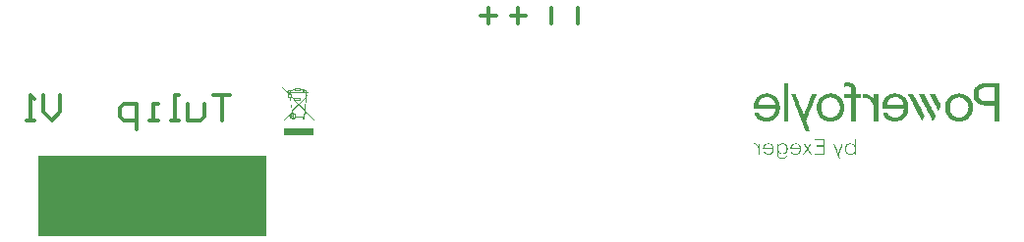
<source format=gbo>
G04*
G04 #@! TF.GenerationSoftware,Altium Limited,Altium Designer,20.2.6 (244)*
G04*
G04 Layer_Color=32896*
%FSLAX44Y44*%
%MOMM*%
G71*
G04*
G04 #@! TF.SameCoordinates,CD5EBA83-4B39-4539-81E8-7D72FA499ED1*
G04*
G04*
G04 #@! TF.FilePolarity,Positive*
G04*
G01*
G75*
%ADD15C,0.3000*%
%ADD16R,19.7104X7.0000*%
G36*
X1160655Y147620D02*
Y147236D01*
Y146853D01*
Y146469D01*
Y146086D01*
Y145703D01*
Y145319D01*
Y144936D01*
Y144553D01*
Y144169D01*
Y143786D01*
Y143402D01*
Y143019D01*
Y142636D01*
Y142252D01*
Y141869D01*
Y141486D01*
Y141102D01*
Y140719D01*
Y140335D01*
Y139952D01*
Y139569D01*
Y139185D01*
Y138802D01*
Y138418D01*
Y138035D01*
Y137652D01*
Y137268D01*
Y136885D01*
Y136502D01*
Y136118D01*
Y135735D01*
Y135351D01*
Y134968D01*
Y134585D01*
Y134201D01*
Y133818D01*
Y133434D01*
Y133051D01*
Y132668D01*
Y132284D01*
Y131901D01*
Y131517D01*
Y131134D01*
Y130751D01*
Y130367D01*
Y129984D01*
Y129601D01*
Y129217D01*
Y128834D01*
Y128450D01*
Y128067D01*
Y127684D01*
Y127300D01*
Y126917D01*
Y126533D01*
Y126150D01*
Y125767D01*
Y125383D01*
Y125000D01*
Y124617D01*
Y124233D01*
X1156822D01*
Y124617D01*
Y125000D01*
Y125383D01*
Y125767D01*
Y126150D01*
Y126533D01*
Y126917D01*
Y127300D01*
Y127684D01*
Y128067D01*
Y128450D01*
Y128834D01*
Y129217D01*
Y129601D01*
Y129984D01*
Y130367D01*
Y130751D01*
Y131134D01*
Y131517D01*
Y131901D01*
Y132284D01*
Y132668D01*
Y133051D01*
Y133434D01*
Y133818D01*
Y134201D01*
Y134585D01*
Y134968D01*
Y135351D01*
Y135735D01*
Y136118D01*
Y136502D01*
X1156438D01*
Y136885D01*
Y137268D01*
Y137652D01*
Y138035D01*
Y138418D01*
X1156055D01*
Y138802D01*
Y139185D01*
Y139569D01*
X1155671D01*
Y139952D01*
Y140335D01*
X1155288D01*
Y140719D01*
Y141102D01*
X1154905D01*
Y141486D01*
X1154521D01*
Y141869D01*
Y142252D01*
X1154138D01*
Y142636D01*
X1153755D01*
Y143019D01*
X1152988D01*
Y143402D01*
X1152604D01*
Y143786D01*
X1151837D01*
Y144169D01*
X1150304D01*
Y144553D01*
X1147620D01*
Y144936D01*
Y145319D01*
Y145703D01*
Y146086D01*
Y146469D01*
Y146853D01*
Y147236D01*
Y147620D01*
Y148003D01*
X1150304D01*
Y147620D01*
X1151837D01*
Y147236D01*
X1152988D01*
Y146853D01*
X1153755D01*
Y146469D01*
X1154138D01*
Y146086D01*
X1154521D01*
Y145703D01*
X1155288D01*
Y145319D01*
Y144936D01*
X1155671D01*
Y144553D01*
X1156055D01*
Y144169D01*
X1156438D01*
Y143786D01*
X1156822D01*
Y144169D01*
Y144553D01*
Y144936D01*
Y145319D01*
Y145703D01*
Y146086D01*
Y146469D01*
Y146853D01*
Y147236D01*
Y147620D01*
Y148003D01*
X1160655D01*
Y147620D01*
D02*
G37*
G36*
X1209729D02*
Y147236D01*
X1210112D01*
Y146853D01*
Y146469D01*
X1210495D01*
Y146086D01*
Y145703D01*
X1210879D01*
Y145319D01*
Y144936D01*
X1211262D01*
Y144553D01*
Y144169D01*
X1211646D01*
Y143786D01*
Y143402D01*
X1212029D01*
Y143019D01*
Y142636D01*
X1212412D01*
Y142252D01*
Y141869D01*
X1212796D01*
Y141486D01*
X1213179D01*
Y141102D01*
Y140719D01*
X1213562D01*
Y140335D01*
Y139952D01*
X1213946D01*
Y139569D01*
Y139185D01*
X1214329D01*
Y138802D01*
Y138418D01*
X1214713D01*
Y138035D01*
Y137652D01*
Y137268D01*
X1214329D01*
Y136885D01*
Y136502D01*
X1213946D01*
Y136118D01*
Y135735D01*
X1213562D01*
Y135351D01*
Y134968D01*
X1213179D01*
Y134585D01*
Y134201D01*
X1212796D01*
Y133818D01*
Y133434D01*
X1212412D01*
Y133818D01*
X1212029D01*
Y134201D01*
Y134585D01*
X1211646D01*
Y134968D01*
Y135351D01*
X1211262D01*
Y135735D01*
Y136118D01*
X1210879D01*
Y136502D01*
Y136885D01*
X1210495D01*
Y137268D01*
Y137652D01*
X1210112D01*
Y138035D01*
X1209729D01*
Y138418D01*
Y138802D01*
X1209345D01*
Y139185D01*
Y139569D01*
X1208962D01*
Y139952D01*
Y140335D01*
X1208578D01*
Y140719D01*
Y141102D01*
X1208195D01*
Y141486D01*
Y141869D01*
X1207812D01*
Y142252D01*
Y142636D01*
X1207428D01*
Y143019D01*
Y143402D01*
X1207045D01*
Y143786D01*
Y144169D01*
X1206662D01*
Y144553D01*
Y144936D01*
X1206278D01*
Y145319D01*
Y145703D01*
X1205895D01*
Y146086D01*
Y146469D01*
X1205511D01*
Y146853D01*
Y147236D01*
X1205128D01*
Y147620D01*
X1204745D01*
Y148003D01*
X1209729D01*
Y147620D01*
D02*
G37*
G36*
X1107748D02*
X1107365D01*
Y147236D01*
Y146853D01*
Y146469D01*
X1106982D01*
Y146086D01*
Y145703D01*
X1106598D01*
Y145319D01*
Y144936D01*
Y144553D01*
X1106215D01*
Y144169D01*
Y143786D01*
X1105831D01*
Y143402D01*
Y143019D01*
Y142636D01*
X1105448D01*
Y142252D01*
Y141869D01*
X1105065D01*
Y141486D01*
Y141102D01*
Y140719D01*
X1104681D01*
Y140335D01*
Y139952D01*
X1104298D01*
Y139569D01*
Y139185D01*
Y138802D01*
X1103914D01*
Y138418D01*
Y138035D01*
X1103531D01*
Y137652D01*
Y137268D01*
Y136885D01*
X1103148D01*
Y136502D01*
Y136118D01*
X1102764D01*
Y135735D01*
Y135351D01*
Y134968D01*
X1102381D01*
Y134585D01*
Y134201D01*
X1101998D01*
Y133818D01*
Y133434D01*
Y133051D01*
X1101614D01*
Y132668D01*
Y132284D01*
X1101231D01*
Y131901D01*
Y131517D01*
Y131134D01*
X1100847D01*
Y130751D01*
Y130367D01*
X1100464D01*
Y129984D01*
Y129601D01*
Y129217D01*
X1100081D01*
Y128834D01*
Y128450D01*
X1099697D01*
Y128067D01*
Y127684D01*
Y127300D01*
X1099314D01*
Y126917D01*
Y126533D01*
X1098931D01*
Y126150D01*
Y125767D01*
Y125383D01*
X1098547D01*
Y125000D01*
Y124617D01*
Y124233D01*
Y123850D01*
X1098931D01*
Y123467D01*
Y123083D01*
X1099314D01*
Y122700D01*
Y122316D01*
Y121933D01*
X1099697D01*
Y121550D01*
Y121166D01*
X1100081D01*
Y120783D01*
Y120399D01*
Y120016D01*
X1100464D01*
Y119633D01*
Y119249D01*
Y118866D01*
X1100847D01*
Y118483D01*
Y118099D01*
X1101231D01*
Y117716D01*
Y117332D01*
Y116949D01*
X1101614D01*
Y116566D01*
Y116182D01*
X1101998D01*
Y115799D01*
X1098164D01*
Y116182D01*
X1097780D01*
Y116566D01*
Y116949D01*
Y117332D01*
X1097397D01*
Y117716D01*
Y118099D01*
X1097014D01*
Y118483D01*
Y118866D01*
Y119249D01*
X1096630D01*
Y119633D01*
Y120016D01*
X1096247D01*
Y120399D01*
Y120783D01*
Y121166D01*
X1095863D01*
Y121550D01*
Y121933D01*
Y122316D01*
X1095480D01*
Y122700D01*
Y123083D01*
X1095097D01*
Y123467D01*
Y123850D01*
Y124233D01*
X1094713D01*
Y124617D01*
Y125000D01*
X1094330D01*
Y125383D01*
Y125767D01*
Y126150D01*
X1093947D01*
Y126533D01*
Y126917D01*
Y127300D01*
X1093563D01*
Y127684D01*
Y128067D01*
X1093180D01*
Y128450D01*
Y128834D01*
Y129217D01*
X1092796D01*
Y129601D01*
Y129984D01*
X1092413D01*
Y130367D01*
Y130751D01*
Y131134D01*
X1092030D01*
Y131517D01*
Y131901D01*
X1091646D01*
Y132284D01*
Y132668D01*
Y133051D01*
X1091263D01*
Y133434D01*
Y133818D01*
Y134201D01*
X1090880D01*
Y134585D01*
Y134968D01*
X1090496D01*
Y135351D01*
Y135735D01*
Y136118D01*
X1090113D01*
Y136502D01*
Y136885D01*
Y137268D01*
X1089729D01*
Y137652D01*
Y138035D01*
X1089346D01*
Y138418D01*
Y138802D01*
Y139185D01*
X1088962D01*
Y139569D01*
Y139952D01*
X1088579D01*
Y140335D01*
Y140719D01*
Y141102D01*
X1088196D01*
Y141486D01*
Y141869D01*
X1087812D01*
Y142252D01*
Y142636D01*
Y143019D01*
X1087429D01*
Y143402D01*
Y143786D01*
Y144169D01*
X1087046D01*
Y144553D01*
Y144936D01*
X1086662D01*
Y145319D01*
Y145703D01*
Y146086D01*
X1086279D01*
Y146469D01*
Y146853D01*
X1085895D01*
Y147236D01*
Y147620D01*
Y148003D01*
X1089729D01*
Y147620D01*
Y147236D01*
Y146853D01*
X1090113D01*
Y146469D01*
Y146086D01*
Y145703D01*
X1090496D01*
Y145319D01*
Y144936D01*
X1090880D01*
Y144553D01*
Y144169D01*
Y143786D01*
X1091263D01*
Y143402D01*
Y143019D01*
X1091646D01*
Y142636D01*
Y142252D01*
Y141869D01*
X1092030D01*
Y141486D01*
Y141102D01*
Y140719D01*
X1092413D01*
Y140335D01*
Y139952D01*
X1092796D01*
Y139569D01*
Y139185D01*
Y138802D01*
X1093180D01*
Y138418D01*
Y138035D01*
X1093563D01*
Y137652D01*
Y137268D01*
Y136885D01*
X1093947D01*
Y136502D01*
Y136118D01*
Y135735D01*
X1094330D01*
Y135351D01*
Y134968D01*
X1094713D01*
Y134585D01*
Y134201D01*
Y133818D01*
X1095097D01*
Y133434D01*
Y133051D01*
X1095480D01*
Y132668D01*
Y132284D01*
Y131901D01*
X1095863D01*
Y131517D01*
Y131134D01*
Y130751D01*
X1096247D01*
Y130367D01*
X1097014D01*
Y130751D01*
Y131134D01*
X1097397D01*
Y131517D01*
Y131901D01*
Y132284D01*
X1097780D01*
Y132668D01*
Y133051D01*
X1098164D01*
Y133434D01*
Y133818D01*
Y134201D01*
X1098547D01*
Y134585D01*
Y134968D01*
X1098931D01*
Y135351D01*
Y135735D01*
Y136118D01*
X1099314D01*
Y136502D01*
Y136885D01*
Y137268D01*
X1099697D01*
Y137652D01*
Y138035D01*
X1100081D01*
Y138418D01*
Y138802D01*
Y139185D01*
X1100464D01*
Y139569D01*
Y139952D01*
X1100847D01*
Y140335D01*
Y140719D01*
Y141102D01*
X1101231D01*
Y141486D01*
Y141869D01*
Y142252D01*
X1101614D01*
Y142636D01*
Y143019D01*
X1101998D01*
Y143402D01*
Y143786D01*
Y144169D01*
X1102381D01*
Y144553D01*
Y144936D01*
X1102764D01*
Y145319D01*
Y145703D01*
Y146086D01*
X1103148D01*
Y146469D01*
Y146853D01*
X1103531D01*
Y147236D01*
Y147620D01*
Y148003D01*
X1107748D01*
Y147620D01*
D02*
G37*
G36*
X1176374Y148003D02*
X1178674D01*
Y147620D01*
X1179825D01*
Y147236D01*
X1180591D01*
Y146853D01*
X1181358D01*
Y146469D01*
X1182125D01*
Y146086D01*
X1182508D01*
Y145703D01*
X1182892D01*
Y145319D01*
X1183275D01*
Y144936D01*
X1183658D01*
Y144553D01*
X1184042D01*
Y144169D01*
X1184425D01*
Y143786D01*
Y143402D01*
X1184809D01*
Y143019D01*
X1185192D01*
Y142636D01*
Y142252D01*
X1185575D01*
Y141869D01*
Y141486D01*
X1185959D01*
Y141102D01*
Y140719D01*
Y140335D01*
X1186342D01*
Y139952D01*
Y139569D01*
Y139185D01*
Y138802D01*
Y138418D01*
X1186725D01*
Y138035D01*
Y137652D01*
Y137268D01*
Y136885D01*
Y136502D01*
Y136118D01*
Y135735D01*
Y135351D01*
Y134968D01*
Y134585D01*
Y134201D01*
Y133818D01*
X1186342D01*
Y133434D01*
Y133051D01*
Y132668D01*
Y132284D01*
X1185959D01*
Y131901D01*
Y131517D01*
Y131134D01*
X1185575D01*
Y130751D01*
Y130367D01*
X1185192D01*
Y129984D01*
Y129601D01*
X1184809D01*
Y129217D01*
Y128834D01*
X1184425D01*
Y128450D01*
X1184042D01*
Y128067D01*
Y127684D01*
X1183658D01*
Y127300D01*
X1183275D01*
Y126917D01*
X1182892D01*
Y126533D01*
X1182125D01*
Y126150D01*
X1181741D01*
Y125767D01*
X1180975D01*
Y125383D01*
X1180591D01*
Y125000D01*
X1179441D01*
Y124617D01*
X1178291D01*
Y124233D01*
X1171774D01*
Y124617D01*
X1170623D01*
Y125000D01*
X1169857D01*
Y125383D01*
X1169090D01*
Y125767D01*
X1168323D01*
Y126150D01*
X1167940D01*
Y126533D01*
X1167173D01*
Y126917D01*
X1166789D01*
Y127300D01*
Y127684D01*
X1166406D01*
Y128067D01*
X1166023D01*
Y128450D01*
X1165639D01*
Y128834D01*
Y129217D01*
X1165256D01*
Y129601D01*
Y129984D01*
X1164873D01*
Y130367D01*
Y130751D01*
Y131134D01*
X1165256D01*
Y131517D01*
X1166789D01*
Y131901D01*
X1168323D01*
Y131517D01*
X1168707D01*
Y131134D01*
Y130751D01*
X1169090D01*
Y130367D01*
Y129984D01*
X1169473D01*
Y129601D01*
X1169857D01*
Y129217D01*
X1170240D01*
Y128834D01*
X1171007D01*
Y128450D01*
X1171390D01*
Y128067D01*
X1172540D01*
Y127684D01*
X1174457D01*
Y127300D01*
X1175607D01*
Y127684D01*
X1177524D01*
Y128067D01*
X1178674D01*
Y128450D01*
X1179441D01*
Y128834D01*
X1179825D01*
Y129217D01*
X1180208D01*
Y129601D01*
X1180591D01*
Y129984D01*
X1180975D01*
Y130367D01*
X1181358D01*
Y130751D01*
Y131134D01*
X1181741D01*
Y131517D01*
Y131901D01*
X1182125D01*
Y132284D01*
Y132668D01*
X1182508D01*
Y133051D01*
Y133434D01*
Y133818D01*
Y134201D01*
X1182892D01*
Y134585D01*
Y134968D01*
Y135351D01*
X1164106D01*
Y135735D01*
Y136118D01*
Y136502D01*
Y136885D01*
Y137268D01*
Y137652D01*
Y138035D01*
Y138418D01*
Y138802D01*
Y139185D01*
Y139569D01*
X1164489D01*
Y139952D01*
Y140335D01*
Y140719D01*
Y141102D01*
X1164873D01*
Y141486D01*
Y141869D01*
X1165256D01*
Y142252D01*
Y142636D01*
X1165639D01*
Y143019D01*
Y143402D01*
X1166023D01*
Y143786D01*
Y144169D01*
X1166406D01*
Y144553D01*
X1166789D01*
Y144936D01*
X1167173D01*
Y145319D01*
X1167556D01*
Y145703D01*
X1167940D01*
Y146086D01*
X1168707D01*
Y146469D01*
X1169090D01*
Y146853D01*
X1169857D01*
Y147236D01*
X1170623D01*
Y147620D01*
X1171774D01*
Y148003D01*
X1174074D01*
Y148386D01*
X1176374D01*
Y148003D01*
D02*
G37*
G36*
X1065959D02*
X1068260D01*
Y147620D01*
X1069027D01*
Y147236D01*
X1069793D01*
Y146853D01*
X1070560D01*
Y146469D01*
X1071327D01*
Y146086D01*
X1071710D01*
Y145703D01*
X1072094D01*
Y145319D01*
X1072477D01*
Y144936D01*
X1072860D01*
Y144553D01*
X1073244D01*
Y144169D01*
X1073627D01*
Y143786D01*
Y143402D01*
X1074011D01*
Y143019D01*
X1074394D01*
Y142636D01*
Y142252D01*
X1074777D01*
Y141869D01*
Y141486D01*
Y141102D01*
X1075161D01*
Y140719D01*
Y140335D01*
Y139952D01*
X1075544D01*
Y139569D01*
Y139185D01*
Y138802D01*
Y138418D01*
Y138035D01*
X1075928D01*
Y137652D01*
Y137268D01*
Y136885D01*
Y136502D01*
Y136118D01*
Y135735D01*
Y135351D01*
Y134968D01*
Y134585D01*
Y134201D01*
X1075544D01*
Y133818D01*
Y133434D01*
Y133051D01*
Y132668D01*
Y132284D01*
X1075161D01*
Y131901D01*
Y131517D01*
Y131134D01*
X1074777D01*
Y130751D01*
Y130367D01*
X1074394D01*
Y129984D01*
Y129601D01*
X1074011D01*
Y129217D01*
Y128834D01*
X1073627D01*
Y128450D01*
X1073244D01*
Y128067D01*
Y127684D01*
X1072860D01*
Y127300D01*
X1072477D01*
Y126917D01*
X1072094D01*
Y126533D01*
X1071327D01*
Y126150D01*
X1070944D01*
Y125767D01*
X1070177D01*
Y125383D01*
X1069793D01*
Y125000D01*
X1068643D01*
Y124617D01*
X1067876D01*
Y124233D01*
X1061359D01*
Y124617D01*
X1059825D01*
Y125000D01*
X1059059D01*
Y125383D01*
X1058292D01*
Y125767D01*
X1057908D01*
Y126150D01*
X1057142D01*
Y126533D01*
X1056758D01*
Y126917D01*
X1056375D01*
Y127300D01*
X1055992D01*
Y127684D01*
X1055608D01*
Y128067D01*
Y128450D01*
X1055225D01*
Y128834D01*
X1054841D01*
Y129217D01*
Y129601D01*
X1054458D01*
Y129984D01*
Y130367D01*
Y130751D01*
X1054075D01*
Y131134D01*
X1054458D01*
Y131517D01*
X1055992D01*
Y131901D01*
X1057525D01*
Y131517D01*
X1057908D01*
Y131134D01*
Y130751D01*
X1058292D01*
Y130367D01*
Y129984D01*
X1058675D01*
Y129601D01*
X1059059D01*
Y129217D01*
X1059442D01*
Y128834D01*
X1060209D01*
Y128450D01*
X1060975D01*
Y128067D01*
X1061742D01*
Y127684D01*
X1064043D01*
Y127300D01*
X1065193D01*
Y127684D01*
X1067110D01*
Y128067D01*
X1067876D01*
Y128450D01*
X1068643D01*
Y128834D01*
X1069410D01*
Y129217D01*
X1069793D01*
Y129601D01*
X1070177D01*
Y129984D01*
X1070560D01*
Y130367D01*
Y130751D01*
X1070944D01*
Y131134D01*
X1071327D01*
Y131517D01*
Y131901D01*
Y132284D01*
X1071710D01*
Y132668D01*
Y133051D01*
Y133434D01*
X1072094D01*
Y133818D01*
Y134201D01*
Y134585D01*
Y134968D01*
Y135351D01*
X1053691D01*
Y135735D01*
Y136118D01*
Y136502D01*
X1053308D01*
Y136885D01*
Y137268D01*
Y137652D01*
X1053691D01*
Y138035D01*
Y138418D01*
Y138802D01*
Y139185D01*
Y139569D01*
Y139952D01*
Y140335D01*
X1054075D01*
Y140719D01*
Y141102D01*
Y141486D01*
X1054458D01*
Y141869D01*
Y142252D01*
X1054841D01*
Y142636D01*
Y143019D01*
X1055225D01*
Y143402D01*
Y143786D01*
X1055608D01*
Y144169D01*
X1055992D01*
Y144553D01*
X1056375D01*
Y144936D01*
X1056758D01*
Y145319D01*
X1057142D01*
Y145703D01*
X1057525D01*
Y146086D01*
X1057908D01*
Y146469D01*
X1058675D01*
Y146853D01*
X1059442D01*
Y147236D01*
X1060209D01*
Y147620D01*
X1061359D01*
Y148003D01*
X1063659D01*
Y148386D01*
X1065959D01*
Y148003D01*
D02*
G37*
G36*
X1200144Y147620D02*
X1200527D01*
Y147236D01*
Y146853D01*
X1200911D01*
Y146469D01*
Y146086D01*
X1201294D01*
Y145703D01*
Y145319D01*
X1201677D01*
Y144936D01*
Y144553D01*
X1202061D01*
Y144169D01*
X1202444D01*
Y143786D01*
Y143402D01*
X1202828D01*
Y143019D01*
Y142636D01*
X1203211D01*
Y142252D01*
Y141869D01*
X1203594D01*
Y141486D01*
Y141102D01*
X1203978D01*
Y140719D01*
Y140335D01*
X1204361D01*
Y139952D01*
Y139569D01*
X1204745D01*
Y139185D01*
Y138802D01*
X1205128D01*
Y138418D01*
Y138035D01*
X1205511D01*
Y137652D01*
Y137268D01*
X1205895D01*
Y136885D01*
Y136502D01*
X1206278D01*
Y136118D01*
Y135735D01*
X1206662D01*
Y135351D01*
X1207045D01*
Y134968D01*
Y134585D01*
X1207428D01*
Y134201D01*
Y133818D01*
X1207812D01*
Y133434D01*
Y133051D01*
X1208195D01*
Y132668D01*
Y132284D01*
X1208578D01*
Y131901D01*
Y131517D01*
X1208962D01*
Y131134D01*
Y130751D01*
X1209345D01*
Y130367D01*
Y129984D01*
X1209729D01*
Y129601D01*
Y129217D01*
X1210112D01*
Y128834D01*
Y128450D01*
X1209729D01*
Y128067D01*
Y127684D01*
X1209345D01*
Y127300D01*
Y126917D01*
X1208962D01*
Y126533D01*
Y126150D01*
X1208578D01*
Y125767D01*
Y125383D01*
X1208195D01*
Y125000D01*
Y124617D01*
X1207428D01*
Y125000D01*
Y125383D01*
X1207045D01*
Y125767D01*
Y126150D01*
X1206662D01*
Y126533D01*
Y126917D01*
X1206278D01*
Y127300D01*
Y127684D01*
X1205895D01*
Y128067D01*
Y128450D01*
X1205511D01*
Y128834D01*
Y129217D01*
X1205128D01*
Y129601D01*
Y129984D01*
X1204745D01*
Y130367D01*
Y130751D01*
X1204361D01*
Y131134D01*
X1203978D01*
Y131517D01*
Y131901D01*
X1203594D01*
Y132284D01*
Y132668D01*
X1203211D01*
Y133051D01*
Y133434D01*
X1202828D01*
Y133818D01*
Y134201D01*
X1202444D01*
Y134585D01*
Y134968D01*
X1202061D01*
Y135351D01*
Y135735D01*
X1201677D01*
Y136118D01*
Y136502D01*
X1201294D01*
Y136885D01*
Y137268D01*
X1200911D01*
Y137652D01*
Y138035D01*
X1200527D01*
Y138418D01*
Y138802D01*
X1200144D01*
Y139185D01*
Y139569D01*
X1199761D01*
Y139952D01*
Y140335D01*
X1199377D01*
Y140719D01*
Y141102D01*
X1198994D01*
Y141486D01*
X1198610D01*
Y141869D01*
Y142252D01*
X1198227D01*
Y142636D01*
Y143019D01*
X1197844D01*
Y143402D01*
Y143786D01*
X1197460D01*
Y144169D01*
Y144553D01*
X1197077D01*
Y144936D01*
Y145319D01*
X1196693D01*
Y145703D01*
Y146086D01*
X1196310D01*
Y146469D01*
Y146853D01*
X1195927D01*
Y147236D01*
Y147620D01*
X1195543D01*
Y148003D01*
X1200144D01*
Y147620D01*
D02*
G37*
G36*
X1265319Y156821D02*
Y156438D01*
Y156054D01*
Y155671D01*
Y155287D01*
Y154904D01*
Y154521D01*
Y154137D01*
Y153754D01*
Y153370D01*
Y152987D01*
Y152604D01*
Y152220D01*
Y151837D01*
Y151454D01*
Y151070D01*
Y150687D01*
Y150303D01*
Y149920D01*
Y149537D01*
Y149153D01*
Y148770D01*
Y148386D01*
Y148003D01*
Y147620D01*
Y147236D01*
Y146853D01*
Y146469D01*
Y146086D01*
Y145703D01*
Y145319D01*
Y144936D01*
Y144553D01*
Y144169D01*
Y143786D01*
Y143402D01*
Y143019D01*
Y142636D01*
Y142252D01*
Y141869D01*
Y141486D01*
Y141102D01*
Y140719D01*
Y140335D01*
Y139952D01*
Y139569D01*
Y139185D01*
Y138802D01*
Y138418D01*
Y138035D01*
Y137652D01*
Y137268D01*
Y136885D01*
Y136502D01*
Y136118D01*
Y135735D01*
Y135351D01*
Y134968D01*
Y134585D01*
Y134201D01*
Y133818D01*
Y133434D01*
Y133051D01*
Y132668D01*
Y132284D01*
Y131901D01*
Y131517D01*
Y131134D01*
Y130751D01*
Y130367D01*
Y129984D01*
Y129601D01*
Y129217D01*
Y128834D01*
Y128450D01*
Y128067D01*
Y127684D01*
Y127300D01*
Y126917D01*
Y126533D01*
Y126150D01*
Y125767D01*
Y125383D01*
Y125000D01*
Y124617D01*
Y124233D01*
X1261102D01*
Y124617D01*
Y125000D01*
Y125383D01*
Y125767D01*
Y126150D01*
Y126533D01*
Y126917D01*
Y127300D01*
Y127684D01*
Y128067D01*
Y128450D01*
Y128834D01*
Y129217D01*
Y129601D01*
Y129984D01*
Y130367D01*
Y130751D01*
Y131134D01*
Y131517D01*
Y131901D01*
Y132284D01*
Y132668D01*
Y133051D01*
Y133434D01*
Y133818D01*
Y134201D01*
Y134585D01*
Y134968D01*
Y135351D01*
Y135735D01*
Y136118D01*
Y136502D01*
Y136885D01*
Y137268D01*
Y137652D01*
Y138035D01*
X1251517D01*
Y138418D01*
X1249217D01*
Y138802D01*
X1248067D01*
Y139185D01*
X1247300D01*
Y139569D01*
X1246533D01*
Y139952D01*
X1246150D01*
Y140335D01*
X1245383D01*
Y140719D01*
X1245000D01*
Y141102D01*
X1244616D01*
Y141486D01*
Y141869D01*
X1244233D01*
Y142252D01*
X1243850D01*
Y142636D01*
Y143019D01*
X1243466D01*
Y143402D01*
Y143786D01*
X1243083D01*
Y144169D01*
Y144553D01*
Y144936D01*
X1242700D01*
Y145319D01*
Y145703D01*
Y146086D01*
Y146469D01*
Y146853D01*
Y147236D01*
Y147620D01*
Y148003D01*
Y148386D01*
Y148770D01*
Y149153D01*
Y149537D01*
Y149920D01*
Y150303D01*
X1243083D01*
Y150687D01*
Y151070D01*
Y151454D01*
X1243466D01*
Y151837D01*
Y152220D01*
X1243850D01*
Y152604D01*
Y152987D01*
X1244233D01*
Y153370D01*
X1244616D01*
Y153754D01*
X1245000D01*
Y154137D01*
X1245383D01*
Y154521D01*
X1245767D01*
Y154904D01*
X1246150D01*
Y155287D01*
X1246917D01*
Y155671D01*
X1247300D01*
Y156054D01*
X1248450D01*
Y156438D01*
X1249601D01*
Y156821D01*
X1251901D01*
Y157204D01*
X1265319D01*
Y156821D01*
D02*
G37*
G36*
X1231581Y148003D02*
X1233882D01*
Y147620D01*
X1235032D01*
Y147236D01*
X1235799D01*
Y146853D01*
X1236565D01*
Y146469D01*
X1237332D01*
Y146086D01*
X1237716D01*
Y145703D01*
X1238099D01*
Y145319D01*
X1238482D01*
Y144936D01*
X1238866D01*
Y144553D01*
X1239249D01*
Y144169D01*
X1239632D01*
Y143786D01*
X1240016D01*
Y143402D01*
X1240399D01*
Y143019D01*
Y142636D01*
X1240783D01*
Y142252D01*
Y141869D01*
X1241166D01*
Y141486D01*
Y141102D01*
X1241550D01*
Y140719D01*
Y140335D01*
Y139952D01*
X1241933D01*
Y139569D01*
Y139185D01*
Y138802D01*
Y138418D01*
X1242316D01*
Y138035D01*
Y137652D01*
Y137268D01*
Y136885D01*
Y136502D01*
Y136118D01*
Y135735D01*
Y135351D01*
Y134968D01*
Y134585D01*
Y134201D01*
Y133818D01*
X1241933D01*
Y133434D01*
Y133051D01*
Y132668D01*
Y132284D01*
X1241550D01*
Y131901D01*
Y131517D01*
Y131134D01*
X1241166D01*
Y130751D01*
Y130367D01*
X1240783D01*
Y129984D01*
Y129601D01*
X1240399D01*
Y129217D01*
Y128834D01*
X1240016D01*
Y128450D01*
X1239632D01*
Y128067D01*
X1239249D01*
Y127684D01*
X1238866D01*
Y127300D01*
X1238482D01*
Y126917D01*
X1238099D01*
Y126533D01*
X1237716D01*
Y126150D01*
X1236949D01*
Y125767D01*
X1236565D01*
Y125383D01*
X1235799D01*
Y125000D01*
X1234649D01*
Y124617D01*
X1233498D01*
Y124233D01*
X1226981D01*
Y124617D01*
X1225831D01*
Y125000D01*
X1225064D01*
Y125383D01*
X1224297D01*
Y125767D01*
X1223530D01*
Y126150D01*
X1223147D01*
Y126533D01*
X1222380D01*
Y126917D01*
X1221997D01*
Y127300D01*
X1221613D01*
Y127684D01*
X1221230D01*
Y128067D01*
X1220847D01*
Y128450D01*
Y128834D01*
X1220463D01*
Y129217D01*
X1220080D01*
Y129601D01*
Y129984D01*
X1219697D01*
Y130367D01*
Y130751D01*
X1219313D01*
Y131134D01*
Y131517D01*
X1218930D01*
Y131901D01*
Y132284D01*
Y132668D01*
X1218546D01*
Y133051D01*
Y133434D01*
Y133818D01*
Y134201D01*
Y134585D01*
Y134968D01*
Y135351D01*
X1218163D01*
Y135735D01*
Y136118D01*
Y136502D01*
Y136885D01*
X1218546D01*
Y137268D01*
Y137652D01*
Y138035D01*
Y138418D01*
Y138802D01*
Y139185D01*
Y139569D01*
X1218930D01*
Y139952D01*
Y140335D01*
Y140719D01*
X1219313D01*
Y141102D01*
Y141486D01*
X1219697D01*
Y141869D01*
Y142252D01*
X1220080D01*
Y142636D01*
Y143019D01*
X1220463D01*
Y143402D01*
Y143786D01*
X1220847D01*
Y144169D01*
X1221230D01*
Y144553D01*
X1221613D01*
Y144936D01*
X1221997D01*
Y145319D01*
X1222380D01*
Y145703D01*
X1222764D01*
Y146086D01*
X1223530D01*
Y146469D01*
X1223914D01*
Y146853D01*
X1224681D01*
Y147236D01*
X1225831D01*
Y147620D01*
X1226981D01*
Y148003D01*
X1229281D01*
Y148386D01*
X1231581D01*
Y148003D01*
D02*
G37*
G36*
X1190943Y147620D02*
Y147236D01*
X1191326D01*
Y146853D01*
Y146469D01*
X1191710D01*
Y146086D01*
Y145703D01*
X1192093D01*
Y145319D01*
X1192476D01*
Y144936D01*
Y144553D01*
X1192860D01*
Y144169D01*
Y143786D01*
X1193243D01*
Y143402D01*
Y143019D01*
X1193626D01*
Y142636D01*
Y142252D01*
X1194010D01*
Y141869D01*
Y141486D01*
X1194393D01*
Y141102D01*
Y140719D01*
X1194777D01*
Y140335D01*
Y139952D01*
X1195160D01*
Y139569D01*
Y139185D01*
X1195543D01*
Y138802D01*
Y138418D01*
X1195927D01*
Y138035D01*
Y137652D01*
X1196310D01*
Y137268D01*
Y136885D01*
X1196693D01*
Y136502D01*
X1197077D01*
Y136118D01*
Y135735D01*
X1197460D01*
Y135351D01*
Y134968D01*
X1197844D01*
Y134585D01*
Y134201D01*
X1198227D01*
Y133818D01*
Y133434D01*
X1198610D01*
Y133051D01*
Y132668D01*
X1198994D01*
Y132284D01*
Y131901D01*
X1199377D01*
Y131517D01*
Y131134D01*
X1199761D01*
Y130751D01*
Y130367D01*
X1200144D01*
Y129984D01*
Y129601D01*
X1200527D01*
Y129217D01*
Y128834D01*
Y128450D01*
Y128067D01*
X1200144D01*
Y127684D01*
Y127300D01*
X1199761D01*
Y126917D01*
Y126533D01*
X1199377D01*
Y126150D01*
Y125767D01*
X1198994D01*
Y125383D01*
Y125000D01*
X1198610D01*
Y124617D01*
Y124233D01*
X1198227D01*
Y124617D01*
Y125000D01*
X1197844D01*
Y125383D01*
Y125767D01*
X1197460D01*
Y126150D01*
Y126533D01*
X1197077D01*
Y126917D01*
Y127300D01*
X1196693D01*
Y127684D01*
Y128067D01*
X1196310D01*
Y128450D01*
Y128834D01*
X1195927D01*
Y129217D01*
Y129601D01*
X1195543D01*
Y129984D01*
Y130367D01*
X1195160D01*
Y130751D01*
Y131134D01*
X1194777D01*
Y131517D01*
X1194393D01*
Y131901D01*
Y132284D01*
X1194010D01*
Y132668D01*
Y133051D01*
X1193626D01*
Y133434D01*
Y133818D01*
X1193243D01*
Y134201D01*
Y134585D01*
X1192860D01*
Y134968D01*
Y135351D01*
X1192476D01*
Y135735D01*
Y136118D01*
X1192093D01*
Y136502D01*
Y136885D01*
X1191710D01*
Y137268D01*
Y137652D01*
X1191326D01*
Y138035D01*
Y138418D01*
X1190943D01*
Y138802D01*
Y139185D01*
X1190559D01*
Y139569D01*
Y139952D01*
X1190176D01*
Y140335D01*
Y140719D01*
X1189793D01*
Y141102D01*
Y141486D01*
X1189409D01*
Y141869D01*
X1189026D01*
Y142252D01*
Y142636D01*
X1188642D01*
Y143019D01*
Y143402D01*
X1188259D01*
Y143786D01*
Y144169D01*
X1187876D01*
Y144553D01*
Y144936D01*
X1187492D01*
Y145319D01*
Y145703D01*
X1187109D01*
Y146086D01*
Y146469D01*
X1186725D01*
Y146853D01*
Y147236D01*
X1186342D01*
Y147620D01*
Y148003D01*
X1190943D01*
Y147620D01*
D02*
G37*
G36*
X1136502Y157588D02*
X1137652D01*
Y157204D01*
X1138419D01*
Y156821D01*
X1138802D01*
Y156438D01*
X1139186D01*
Y156054D01*
X1139569D01*
Y155671D01*
X1139953D01*
Y155287D01*
X1140336D01*
Y154904D01*
Y154521D01*
X1140719D01*
Y154137D01*
Y153754D01*
X1141103D01*
Y153370D01*
Y152987D01*
Y152604D01*
Y152220D01*
Y151837D01*
X1141486D01*
Y151454D01*
Y151070D01*
Y150687D01*
Y150303D01*
Y149920D01*
Y149537D01*
Y149153D01*
Y148770D01*
Y148386D01*
Y148003D01*
X1145320D01*
Y147620D01*
Y147236D01*
Y146853D01*
Y146469D01*
Y146086D01*
Y145703D01*
Y145319D01*
Y144936D01*
Y144553D01*
X1141486D01*
Y144169D01*
Y143786D01*
Y143402D01*
Y143019D01*
Y142636D01*
Y142252D01*
Y141869D01*
Y141486D01*
Y141102D01*
Y140719D01*
Y140335D01*
Y139952D01*
Y139569D01*
Y139185D01*
Y138802D01*
Y138418D01*
Y138035D01*
Y137652D01*
Y137268D01*
Y136885D01*
Y136502D01*
Y136118D01*
Y135735D01*
Y135351D01*
Y134968D01*
Y134585D01*
Y134201D01*
Y133818D01*
Y133434D01*
Y133051D01*
Y132668D01*
Y132284D01*
Y131901D01*
Y131517D01*
Y131134D01*
Y130751D01*
Y130367D01*
Y129984D01*
Y129601D01*
Y129217D01*
Y128834D01*
Y128450D01*
Y128067D01*
Y127684D01*
Y127300D01*
Y126917D01*
Y126533D01*
Y126150D01*
Y125767D01*
Y125383D01*
Y125000D01*
Y124617D01*
Y124233D01*
X1137652D01*
Y124617D01*
Y125000D01*
Y125383D01*
Y125767D01*
Y126150D01*
Y126533D01*
Y126917D01*
Y127300D01*
Y127684D01*
Y128067D01*
Y128450D01*
Y128834D01*
Y129217D01*
Y129601D01*
Y129984D01*
Y130367D01*
Y130751D01*
Y131134D01*
Y131517D01*
Y131901D01*
Y132284D01*
Y132668D01*
Y133051D01*
Y133434D01*
Y133818D01*
Y134201D01*
Y134585D01*
Y134968D01*
Y135351D01*
Y135735D01*
Y136118D01*
Y136502D01*
Y136885D01*
Y137268D01*
Y137652D01*
Y138035D01*
Y138418D01*
Y138802D01*
Y139185D01*
Y139569D01*
Y139952D01*
Y140335D01*
Y140719D01*
Y141102D01*
Y141486D01*
Y141869D01*
Y142252D01*
Y142636D01*
Y143019D01*
Y143402D01*
Y143786D01*
Y144169D01*
Y144553D01*
X1131518D01*
Y144936D01*
Y145319D01*
Y145703D01*
Y146086D01*
Y146469D01*
Y146853D01*
Y147236D01*
Y147620D01*
Y148003D01*
X1137652D01*
Y148386D01*
Y148770D01*
Y149153D01*
Y149537D01*
Y149920D01*
Y150303D01*
Y150687D01*
Y151070D01*
Y151454D01*
Y151837D01*
Y152220D01*
X1137269D01*
Y152604D01*
Y152987D01*
X1136886D01*
Y153370D01*
X1136502D01*
Y153754D01*
X1136119D01*
Y154137D01*
X1135735D01*
Y154521D01*
X1132285D01*
Y154137D01*
X1131518D01*
Y154521D01*
Y154904D01*
Y155287D01*
Y155671D01*
Y156054D01*
Y156438D01*
Y156821D01*
Y157204D01*
Y157588D01*
X1131902D01*
Y157971D01*
X1136502D01*
Y157588D01*
D02*
G37*
G36*
X1120783Y148003D02*
X1123084D01*
Y147620D01*
X1124234D01*
Y147236D01*
X1125001D01*
Y146853D01*
X1125767D01*
Y146469D01*
X1126534D01*
Y146086D01*
X1126918D01*
Y145703D01*
X1127301D01*
Y145319D01*
X1127684D01*
Y144936D01*
X1128068D01*
Y144553D01*
X1128451D01*
Y144169D01*
X1128835D01*
Y143786D01*
X1129218D01*
Y143402D01*
Y143019D01*
X1129601D01*
Y142636D01*
X1129985D01*
Y142252D01*
Y141869D01*
X1130368D01*
Y141486D01*
Y141102D01*
Y140719D01*
X1130751D01*
Y140335D01*
Y139952D01*
Y139569D01*
X1131135D01*
Y139185D01*
Y138802D01*
Y138418D01*
Y138035D01*
Y137652D01*
Y137268D01*
X1131518D01*
Y136885D01*
Y136502D01*
Y136118D01*
Y135735D01*
Y135351D01*
Y134968D01*
X1131135D01*
Y134585D01*
Y134201D01*
Y133818D01*
Y133434D01*
Y133051D01*
Y132668D01*
X1130751D01*
Y132284D01*
Y131901D01*
Y131517D01*
X1130368D01*
Y131134D01*
Y130751D01*
Y130367D01*
X1129985D01*
Y129984D01*
Y129601D01*
X1129601D01*
Y129217D01*
X1129218D01*
Y128834D01*
Y128450D01*
X1128835D01*
Y128067D01*
X1128451D01*
Y127684D01*
X1128068D01*
Y127300D01*
X1127684D01*
Y126917D01*
X1127301D01*
Y126533D01*
X1126918D01*
Y126150D01*
X1126151D01*
Y125767D01*
X1125767D01*
Y125383D01*
X1125001D01*
Y125000D01*
X1124234D01*
Y124617D01*
X1122700D01*
Y124233D01*
X1116183D01*
Y124617D01*
X1115033D01*
Y125000D01*
X1114266D01*
Y125383D01*
X1113499D01*
Y125767D01*
X1112732D01*
Y126150D01*
X1112349D01*
Y126533D01*
X1111966D01*
Y126917D01*
X1111199D01*
Y127300D01*
X1110815D01*
Y127684D01*
X1110432D01*
Y128067D01*
Y128450D01*
X1110049D01*
Y128834D01*
X1109665D01*
Y129217D01*
X1109282D01*
Y129601D01*
Y129984D01*
X1108898D01*
Y130367D01*
Y130751D01*
X1108515D01*
Y131134D01*
Y131517D01*
Y131901D01*
X1108132D01*
Y132284D01*
Y132668D01*
Y133051D01*
X1107748D01*
Y133434D01*
Y133818D01*
Y134201D01*
Y134585D01*
Y134968D01*
Y135351D01*
Y135735D01*
Y136118D01*
Y136502D01*
Y136885D01*
Y137268D01*
Y137652D01*
Y138035D01*
Y138418D01*
Y138802D01*
Y139185D01*
X1108132D01*
Y139569D01*
Y139952D01*
Y140335D01*
Y140719D01*
X1108515D01*
Y141102D01*
Y141486D01*
X1108898D01*
Y141869D01*
Y142252D01*
X1109282D01*
Y142636D01*
Y143019D01*
X1109665D01*
Y143402D01*
X1110049D01*
Y143786D01*
Y144169D01*
X1110432D01*
Y144553D01*
X1110815D01*
Y144936D01*
X1111199D01*
Y145319D01*
X1111582D01*
Y145703D01*
X1112349D01*
Y146086D01*
X1112732D01*
Y146469D01*
X1113499D01*
Y146853D01*
X1114266D01*
Y147236D01*
X1115033D01*
Y147620D01*
X1116183D01*
Y148003D01*
X1118483D01*
Y148386D01*
X1120783D01*
Y148003D01*
D02*
G37*
G36*
X1083212Y157204D02*
Y156821D01*
Y156438D01*
Y156054D01*
Y155671D01*
Y155287D01*
Y154904D01*
Y154521D01*
Y154137D01*
Y153754D01*
Y153370D01*
Y152987D01*
Y152604D01*
Y152220D01*
Y151837D01*
Y151454D01*
Y151070D01*
Y150687D01*
Y150303D01*
Y149920D01*
Y149537D01*
Y149153D01*
Y148770D01*
Y148386D01*
Y148003D01*
Y147620D01*
Y147236D01*
Y146853D01*
Y146469D01*
Y146086D01*
Y145703D01*
Y145319D01*
Y144936D01*
Y144553D01*
Y144169D01*
Y143786D01*
Y143402D01*
Y143019D01*
Y142636D01*
Y142252D01*
Y141869D01*
Y141486D01*
Y141102D01*
Y140719D01*
Y140335D01*
Y139952D01*
Y139569D01*
Y139185D01*
Y138802D01*
Y138418D01*
Y138035D01*
Y137652D01*
Y137268D01*
Y136885D01*
Y136502D01*
Y136118D01*
Y135735D01*
Y135351D01*
Y134968D01*
Y134585D01*
Y134201D01*
Y133818D01*
Y133434D01*
Y133051D01*
Y132668D01*
Y132284D01*
Y131901D01*
Y131517D01*
Y131134D01*
Y130751D01*
Y130367D01*
Y129984D01*
Y129601D01*
Y129217D01*
Y128834D01*
Y128450D01*
Y128067D01*
Y127684D01*
Y127300D01*
Y126917D01*
Y126533D01*
Y126150D01*
Y125767D01*
Y125383D01*
Y125000D01*
Y124617D01*
Y124233D01*
X1079378D01*
Y124617D01*
Y125000D01*
Y125383D01*
Y125767D01*
Y126150D01*
Y126533D01*
Y126917D01*
Y127300D01*
Y127684D01*
Y128067D01*
Y128450D01*
Y128834D01*
Y129217D01*
Y129601D01*
Y129984D01*
Y130367D01*
Y130751D01*
Y131134D01*
Y131517D01*
Y131901D01*
Y132284D01*
Y132668D01*
Y133051D01*
Y133434D01*
Y133818D01*
Y134201D01*
Y134585D01*
Y134968D01*
Y135351D01*
Y135735D01*
Y136118D01*
Y136502D01*
Y136885D01*
Y137268D01*
Y137652D01*
Y138035D01*
Y138418D01*
Y138802D01*
Y139185D01*
Y139569D01*
Y139952D01*
Y140335D01*
Y140719D01*
Y141102D01*
Y141486D01*
Y141869D01*
Y142252D01*
Y142636D01*
Y143019D01*
Y143402D01*
Y143786D01*
Y144169D01*
Y144553D01*
Y144936D01*
Y145319D01*
Y145703D01*
Y146086D01*
Y146469D01*
Y146853D01*
Y147236D01*
Y147620D01*
Y148003D01*
Y148386D01*
Y148770D01*
Y149153D01*
Y149537D01*
Y149920D01*
Y150303D01*
Y150687D01*
Y151070D01*
Y151454D01*
Y151837D01*
Y152220D01*
Y152604D01*
Y152987D01*
Y153370D01*
Y153754D01*
Y154137D01*
Y154521D01*
Y154904D01*
Y155287D01*
Y155671D01*
Y156054D01*
Y156438D01*
Y156821D01*
Y157204D01*
Y157588D01*
X1083212D01*
Y157204D01*
D02*
G37*
G36*
X1141486Y108898D02*
Y108514D01*
Y108131D01*
Y107748D01*
Y107364D01*
Y106981D01*
Y106598D01*
Y106214D01*
Y105831D01*
Y105447D01*
Y105064D01*
Y104681D01*
Y104297D01*
Y103914D01*
Y103531D01*
Y103147D01*
Y102764D01*
Y102380D01*
Y101997D01*
Y101614D01*
Y101230D01*
Y100847D01*
Y100463D01*
Y100080D01*
Y99697D01*
Y99313D01*
Y98930D01*
Y98546D01*
Y98163D01*
Y97780D01*
Y97396D01*
Y97013D01*
Y96630D01*
Y96246D01*
Y95863D01*
Y95479D01*
X1140336D01*
Y95863D01*
Y96246D01*
Y96630D01*
X1139569D01*
Y96246D01*
X1139186D01*
Y95863D01*
X1138802D01*
Y95479D01*
X1137269D01*
Y95096D01*
X1136119D01*
Y95479D01*
X1134585D01*
Y95863D01*
X1133819D01*
Y96246D01*
X1133435D01*
Y96630D01*
X1133052D01*
Y97013D01*
X1132668D01*
Y97396D01*
Y97780D01*
X1132285D01*
Y98163D01*
Y98546D01*
Y98930D01*
Y99313D01*
X1131902D01*
Y99697D01*
Y100080D01*
Y100463D01*
Y100847D01*
Y101230D01*
X1132285D01*
Y101614D01*
Y101997D01*
Y102380D01*
Y102764D01*
X1132668D01*
Y103147D01*
Y103531D01*
X1133052D01*
Y103914D01*
X1133435D01*
Y104297D01*
X1133819D01*
Y104681D01*
X1134585D01*
Y105064D01*
X1135735D01*
Y105447D01*
X1137652D01*
Y105064D01*
X1138802D01*
Y104681D01*
X1139186D01*
Y104297D01*
X1139569D01*
Y103914D01*
X1140336D01*
Y104297D01*
Y104681D01*
Y105064D01*
Y105447D01*
Y105831D01*
Y106214D01*
Y106598D01*
Y106981D01*
Y107364D01*
Y107748D01*
Y108131D01*
Y108514D01*
Y108898D01*
Y109281D01*
X1141486D01*
Y108898D01*
D02*
G37*
G36*
X1079378Y105064D02*
X1080528D01*
Y104681D01*
X1080911D01*
Y104297D01*
X1081678D01*
Y103914D01*
Y103531D01*
X1082062D01*
Y103147D01*
X1082445D01*
Y102764D01*
Y102380D01*
Y101997D01*
Y101614D01*
X1082828D01*
Y101230D01*
Y100847D01*
Y100463D01*
Y100080D01*
Y99697D01*
Y99313D01*
X1082445D01*
Y98930D01*
Y98546D01*
Y98163D01*
X1082062D01*
Y97780D01*
Y97396D01*
X1081678D01*
Y97013D01*
X1081295D01*
Y96630D01*
X1080911D01*
Y96246D01*
X1080145D01*
Y95863D01*
X1076311D01*
Y96246D01*
X1075928D01*
Y96630D01*
X1075544D01*
Y97013D01*
X1074777D01*
Y96630D01*
X1074394D01*
Y96246D01*
Y95863D01*
Y95479D01*
Y95096D01*
X1074777D01*
Y94713D01*
Y94329D01*
Y93946D01*
X1075161D01*
Y93562D01*
X1075544D01*
Y93179D01*
X1076311D01*
Y92796D01*
X1077078D01*
Y92412D01*
X1078995D01*
Y92796D01*
X1080145D01*
Y93179D01*
X1080528D01*
Y93562D01*
X1080911D01*
Y93946D01*
X1081295D01*
Y94329D01*
X1082062D01*
Y93946D01*
Y93562D01*
X1081678D01*
Y93179D01*
Y92796D01*
X1081295D01*
Y92412D01*
X1080911D01*
Y92029D01*
X1080145D01*
Y91646D01*
X1076311D01*
Y92029D01*
X1075544D01*
Y92412D01*
X1074777D01*
Y92796D01*
X1074394D01*
Y93179D01*
Y93562D01*
X1074011D01*
Y93946D01*
Y94329D01*
X1073627D01*
Y94713D01*
Y95096D01*
Y95479D01*
Y95863D01*
Y96246D01*
Y96630D01*
Y97013D01*
Y97396D01*
Y97780D01*
Y98163D01*
Y98546D01*
Y98930D01*
Y99313D01*
Y99697D01*
Y100080D01*
Y100463D01*
Y100847D01*
Y101230D01*
Y101614D01*
Y101997D01*
Y102380D01*
Y102764D01*
Y103147D01*
Y103531D01*
Y103914D01*
Y104297D01*
Y104681D01*
Y105064D01*
X1074394D01*
Y104681D01*
Y104297D01*
X1074777D01*
Y103914D01*
X1075544D01*
Y104297D01*
X1075928D01*
Y104681D01*
X1076311D01*
Y105064D01*
X1077461D01*
Y105447D01*
X1079378D01*
Y105064D01*
D02*
G37*
G36*
X1103531Y104681D02*
X1103148D01*
Y104297D01*
X1102764D01*
Y103914D01*
Y103531D01*
X1102381D01*
Y103147D01*
X1101998D01*
Y102764D01*
Y102380D01*
X1101614D01*
Y101997D01*
X1101231D01*
Y101614D01*
Y101230D01*
X1100847D01*
Y100847D01*
X1100464D01*
Y100463D01*
Y100080D01*
X1100847D01*
Y99697D01*
X1101231D01*
Y99313D01*
Y98930D01*
X1101614D01*
Y98546D01*
X1101998D01*
Y98163D01*
Y97780D01*
X1102381D01*
Y97396D01*
X1102764D01*
Y97013D01*
Y96630D01*
X1103148D01*
Y96246D01*
X1103531D01*
Y95863D01*
Y95479D01*
X1102381D01*
Y95863D01*
Y96246D01*
X1101998D01*
Y96630D01*
X1101614D01*
Y97013D01*
Y97396D01*
X1101231D01*
Y97780D01*
X1100847D01*
Y98163D01*
Y98546D01*
X1100464D01*
Y98930D01*
X1100081D01*
Y99313D01*
X1099697D01*
Y98930D01*
X1099314D01*
Y98546D01*
X1098931D01*
Y98163D01*
Y97780D01*
X1098547D01*
Y97396D01*
X1098164D01*
Y97013D01*
X1097780D01*
Y96630D01*
Y96246D01*
X1097397D01*
Y95863D01*
X1097014D01*
Y95479D01*
X1095863D01*
Y95863D01*
X1096247D01*
Y96246D01*
X1096630D01*
Y96630D01*
Y97013D01*
X1097014D01*
Y97396D01*
X1097397D01*
Y97780D01*
Y98163D01*
X1097780D01*
Y98546D01*
X1098164D01*
Y98930D01*
Y99313D01*
X1098547D01*
Y99697D01*
X1098931D01*
Y100080D01*
X1099314D01*
Y100463D01*
Y100847D01*
X1098931D01*
Y101230D01*
X1098547D01*
Y101614D01*
Y101997D01*
X1098164D01*
Y102380D01*
X1097780D01*
Y102764D01*
X1097397D01*
Y103147D01*
Y103531D01*
X1097014D01*
Y103914D01*
X1096630D01*
Y104297D01*
Y104681D01*
X1096247D01*
Y105064D01*
X1097397D01*
Y104681D01*
X1097780D01*
Y104297D01*
X1098164D01*
Y103914D01*
Y103531D01*
X1098547D01*
Y103147D01*
X1098931D01*
Y102764D01*
Y102380D01*
X1099314D01*
Y101997D01*
X1099697D01*
Y101614D01*
X1100081D01*
Y101997D01*
X1100464D01*
Y102380D01*
X1100847D01*
Y102764D01*
Y103147D01*
X1101231D01*
Y103531D01*
X1101614D01*
Y103914D01*
Y104297D01*
X1101998D01*
Y104681D01*
X1102381D01*
Y105064D01*
X1103531D01*
Y104681D01*
D02*
G37*
G36*
X1130368D02*
Y104297D01*
X1129985D01*
Y103914D01*
Y103531D01*
Y103147D01*
X1129601D01*
Y102764D01*
Y102380D01*
X1129218D01*
Y101997D01*
Y101614D01*
Y101230D01*
X1128835D01*
Y100847D01*
Y100463D01*
X1128451D01*
Y100080D01*
Y99697D01*
Y99313D01*
X1128068D01*
Y98930D01*
Y98546D01*
X1127684D01*
Y98163D01*
Y97780D01*
Y97396D01*
X1127301D01*
Y97013D01*
Y96630D01*
X1126918D01*
Y96246D01*
Y95863D01*
Y95479D01*
X1126534D01*
Y95096D01*
X1126918D01*
Y94713D01*
Y94329D01*
Y93946D01*
X1127301D01*
Y93562D01*
Y93179D01*
X1127684D01*
Y92796D01*
Y92412D01*
Y92029D01*
X1128068D01*
Y91646D01*
X1126918D01*
Y92029D01*
Y92412D01*
X1126534D01*
Y92796D01*
Y93179D01*
Y93562D01*
X1126151D01*
Y93946D01*
Y94329D01*
X1125767D01*
Y94713D01*
Y95096D01*
Y95479D01*
X1125384D01*
Y95863D01*
Y96246D01*
X1125001D01*
Y96630D01*
Y97013D01*
Y97396D01*
X1124617D01*
Y97780D01*
Y98163D01*
Y98546D01*
X1124234D01*
Y98930D01*
Y99313D01*
X1123850D01*
Y99697D01*
Y100080D01*
Y100463D01*
X1123467D01*
Y100847D01*
Y101230D01*
X1123084D01*
Y101614D01*
Y101997D01*
Y102380D01*
X1122700D01*
Y102764D01*
Y103147D01*
Y103531D01*
X1122317D01*
Y103914D01*
Y104297D01*
X1121934D01*
Y104681D01*
Y105064D01*
X1123084D01*
Y104681D01*
Y104297D01*
Y103914D01*
X1123467D01*
Y103531D01*
Y103147D01*
X1123850D01*
Y102764D01*
Y102380D01*
Y101997D01*
X1124234D01*
Y101614D01*
Y101230D01*
X1124617D01*
Y100847D01*
Y100463D01*
Y100080D01*
X1125001D01*
Y99697D01*
Y99313D01*
Y98930D01*
X1125384D01*
Y98546D01*
Y98163D01*
X1125767D01*
Y97780D01*
Y97396D01*
X1126534D01*
Y97780D01*
Y98163D01*
X1126918D01*
Y98546D01*
Y98930D01*
Y99313D01*
X1127301D01*
Y99697D01*
Y100080D01*
X1127684D01*
Y100463D01*
Y100847D01*
Y101230D01*
X1128068D01*
Y101614D01*
Y101997D01*
X1128451D01*
Y102380D01*
Y102764D01*
Y103147D01*
X1128835D01*
Y103531D01*
Y103914D01*
Y104297D01*
X1129218D01*
Y104681D01*
Y105064D01*
X1130368D01*
Y104681D01*
D02*
G37*
G36*
X1090880Y105064D02*
X1092030D01*
Y104681D01*
X1092413D01*
Y104297D01*
X1092796D01*
Y103914D01*
X1093180D01*
Y103531D01*
X1093563D01*
Y103147D01*
Y102764D01*
X1093947D01*
Y102380D01*
Y101997D01*
Y101614D01*
Y101230D01*
X1094330D01*
Y100847D01*
Y100463D01*
Y100080D01*
Y99697D01*
Y99313D01*
X1093947D01*
Y98930D01*
Y98546D01*
Y98163D01*
Y97780D01*
X1093563D01*
Y97396D01*
X1093180D01*
Y97013D01*
Y96630D01*
X1092796D01*
Y96246D01*
X1092413D01*
Y95863D01*
X1091646D01*
Y95479D01*
X1090113D01*
Y95096D01*
X1089346D01*
Y95479D01*
X1087429D01*
Y95863D01*
X1086662D01*
Y96246D01*
X1086279D01*
Y96630D01*
X1085895D01*
Y97013D01*
Y97396D01*
X1085512D01*
Y97780D01*
Y98163D01*
X1086279D01*
Y97780D01*
X1086662D01*
Y97396D01*
X1087046D01*
Y97013D01*
X1087429D01*
Y96630D01*
X1088579D01*
Y96246D01*
X1090880D01*
Y96630D01*
X1091646D01*
Y97013D01*
X1092030D01*
Y97396D01*
X1092413D01*
Y97780D01*
X1092796D01*
Y98163D01*
Y98546D01*
X1093180D01*
Y98930D01*
Y99313D01*
Y99697D01*
Y100080D01*
X1085129D01*
Y100463D01*
Y100847D01*
Y101230D01*
Y101614D01*
Y101997D01*
Y102380D01*
X1085512D01*
Y102764D01*
Y103147D01*
X1085895D01*
Y103531D01*
Y103914D01*
X1086279D01*
Y104297D01*
X1086662D01*
Y104681D01*
X1087429D01*
Y105064D01*
X1088579D01*
Y105447D01*
X1090880D01*
Y105064D01*
D02*
G37*
G36*
X1067110D02*
X1068260D01*
Y104681D01*
X1068643D01*
Y104297D01*
X1069410D01*
Y103914D01*
Y103531D01*
X1069793D01*
Y103147D01*
X1070177D01*
Y102764D01*
Y102380D01*
X1070560D01*
Y101997D01*
Y101614D01*
Y101230D01*
Y100847D01*
Y100463D01*
Y100080D01*
Y99697D01*
Y99313D01*
Y98930D01*
Y98546D01*
X1070177D01*
Y98163D01*
Y97780D01*
Y97396D01*
X1069793D01*
Y97013D01*
X1069410D01*
Y96630D01*
X1069027D01*
Y96246D01*
X1068643D01*
Y95863D01*
X1068260D01*
Y95479D01*
X1066726D01*
Y95096D01*
X1065576D01*
Y95479D01*
X1064043D01*
Y95863D01*
X1063276D01*
Y96246D01*
X1062892D01*
Y96630D01*
X1062509D01*
Y97013D01*
X1062126D01*
Y97396D01*
Y97780D01*
X1061742D01*
Y98163D01*
X1062892D01*
Y97780D01*
X1063276D01*
Y97396D01*
Y97013D01*
X1064043D01*
Y96630D01*
X1064809D01*
Y96246D01*
X1067110D01*
Y96630D01*
X1067876D01*
Y97013D01*
X1068643D01*
Y97396D01*
X1069027D01*
Y97780D01*
Y98163D01*
X1069410D01*
Y98546D01*
Y98930D01*
X1069793D01*
Y99313D01*
Y99697D01*
Y100080D01*
X1061359D01*
Y100463D01*
Y100847D01*
Y101230D01*
X1061742D01*
Y101614D01*
Y101997D01*
Y102380D01*
Y102764D01*
X1062126D01*
Y103147D01*
Y103531D01*
X1062509D01*
Y103914D01*
X1062892D01*
Y104297D01*
X1063276D01*
Y104681D01*
X1064043D01*
Y105064D01*
X1065193D01*
Y105447D01*
X1067110D01*
Y105064D01*
D02*
G37*
G36*
X1114266Y108898D02*
Y108514D01*
Y108131D01*
Y107748D01*
Y107364D01*
Y106981D01*
Y106598D01*
Y106214D01*
Y105831D01*
Y105447D01*
Y105064D01*
Y104681D01*
Y104297D01*
Y103914D01*
Y103531D01*
Y103147D01*
Y102764D01*
Y102380D01*
Y101997D01*
Y101614D01*
Y101230D01*
Y100847D01*
Y100463D01*
Y100080D01*
Y99697D01*
Y99313D01*
Y98930D01*
Y98546D01*
Y98163D01*
Y97780D01*
Y97396D01*
Y97013D01*
Y96630D01*
Y96246D01*
Y95863D01*
Y95479D01*
X1105831D01*
Y95863D01*
Y96246D01*
Y96630D01*
X1113499D01*
Y97013D01*
Y97396D01*
Y97780D01*
Y98163D01*
Y98546D01*
Y98930D01*
Y99313D01*
Y99697D01*
Y100080D01*
Y100463D01*
Y100847D01*
Y101230D01*
Y101614D01*
Y101997D01*
X1107365D01*
Y102380D01*
Y102764D01*
Y103147D01*
Y103531D01*
X1113499D01*
Y103914D01*
Y104297D01*
Y104681D01*
Y105064D01*
Y105447D01*
Y105831D01*
Y106214D01*
Y106598D01*
Y106981D01*
Y107364D01*
Y107748D01*
Y108131D01*
X1106215D01*
Y108514D01*
Y108898D01*
Y109281D01*
X1114266D01*
Y108898D01*
D02*
G37*
G36*
X1054841Y105064D02*
X1055608D01*
Y104681D01*
X1055992D01*
Y104297D01*
X1056375D01*
Y103914D01*
X1056758D01*
Y103531D01*
X1057142D01*
Y103147D01*
X1057908D01*
Y103531D01*
Y103914D01*
X1057525D01*
Y104297D01*
Y104681D01*
Y105064D01*
X1058675D01*
Y104681D01*
Y104297D01*
Y103914D01*
Y103531D01*
Y103147D01*
Y102764D01*
Y102380D01*
Y101997D01*
Y101614D01*
Y101230D01*
Y100847D01*
Y100463D01*
Y100080D01*
Y99697D01*
Y99313D01*
Y98930D01*
Y98546D01*
Y98163D01*
Y97780D01*
Y97396D01*
Y97013D01*
Y96630D01*
Y96246D01*
Y95863D01*
Y95479D01*
X1057525D01*
Y95863D01*
Y96246D01*
Y96630D01*
Y97013D01*
Y97396D01*
Y97780D01*
Y98163D01*
Y98546D01*
Y98930D01*
Y99313D01*
Y99697D01*
Y100080D01*
Y100463D01*
Y100847D01*
Y101230D01*
Y101614D01*
X1057142D01*
Y101997D01*
Y102380D01*
Y102764D01*
X1056758D01*
Y103147D01*
X1056375D01*
Y103531D01*
X1055992D01*
Y103914D01*
X1055225D01*
Y104297D01*
X1053308D01*
Y104681D01*
Y105064D01*
Y105447D01*
X1054841D01*
Y105064D01*
D02*
G37*
G36*
X676000Y153420D02*
X668179Y145274D01*
X667947Y143053D01*
X667438Y137731D01*
X667068Y133890D01*
X675445Y125236D01*
X674889Y124680D01*
X666976Y132779D01*
X666513Y127827D01*
X666281D01*
Y125930D01*
X664523D01*
Y127827D01*
X659062D01*
X658877Y127457D01*
X658599Y127087D01*
X658229Y126670D01*
X657720Y126300D01*
X657118Y126115D01*
X656563Y126069D01*
X656008D01*
X655591Y126208D01*
X655082Y126393D01*
X654666Y126670D01*
X654342Y126994D01*
X654018Y127457D01*
X653786Y127966D01*
X653647Y128429D01*
X653601Y128846D01*
X653647Y129308D01*
X653740Y129678D01*
X653879Y130049D01*
X654064Y130419D01*
X654295Y130743D01*
X654619Y131067D01*
X654989Y131298D01*
X655313Y131437D01*
X655267Y131854D01*
X648325Y124680D01*
X647770Y125282D01*
X655174Y132964D01*
X654573Y139675D01*
X654156Y144534D01*
X651935D01*
Y147635D01*
X652537D01*
X646891Y153420D01*
X647492Y153975D01*
X652768Y148514D01*
Y148931D01*
X652675Y149023D01*
X652537Y149116D01*
X652398Y149254D01*
X652259Y149393D01*
X652166Y149625D01*
X652120Y149810D01*
X652074Y150041D01*
X652120Y150319D01*
X652213Y150504D01*
X652398Y150828D01*
X652629Y151013D01*
X652953Y151152D01*
X653277Y151198D01*
X653601Y151152D01*
X653879Y151059D01*
X654110Y150920D01*
X654203Y150782D01*
X654434Y150967D01*
X654758Y151198D01*
X655174Y151383D01*
X655776Y151615D01*
X656424Y151800D01*
X657072Y151939D01*
X657766Y152077D01*
X658322Y152124D01*
Y152818D01*
X662764D01*
Y152216D01*
X663135D01*
X663690Y152170D01*
X664292Y152077D01*
X664893Y151985D01*
Y152355D01*
X666790D01*
Y151476D01*
X667022Y151337D01*
X667346Y151198D01*
X667670Y151013D01*
X667947Y150828D01*
X668225Y150597D01*
X668410Y150411D01*
X668503Y150273D01*
X668595Y150087D01*
X668549Y149763D01*
X669660D01*
Y148329D01*
X668456D01*
X668271Y146524D01*
X675445Y153975D01*
X676000Y153420D01*
D02*
G37*
G36*
X674334Y118294D02*
Y118201D01*
Y118016D01*
Y117831D01*
Y117646D01*
Y117461D01*
Y117368D01*
Y117322D01*
Y116582D01*
Y115887D01*
Y115563D01*
Y115332D01*
Y115193D01*
Y115147D01*
Y114314D01*
Y113944D01*
Y113620D01*
Y113342D01*
Y113157D01*
Y113018D01*
Y112972D01*
Y112648D01*
Y112416D01*
Y112231D01*
Y112139D01*
Y112000D01*
X649019D01*
Y112046D01*
Y112139D01*
Y112509D01*
Y112833D01*
Y112926D01*
Y112972D01*
Y113712D01*
Y114406D01*
Y114731D01*
Y114962D01*
Y115101D01*
Y115147D01*
Y115980D01*
Y116350D01*
Y116674D01*
Y116952D01*
Y117137D01*
Y117276D01*
Y117322D01*
Y117646D01*
Y117924D01*
Y118109D01*
Y118201D01*
Y118294D01*
Y118340D01*
X674334D01*
Y118294D01*
D02*
G37*
%LPC*%
G36*
X1177524Y144936D02*
X1173307D01*
Y144553D01*
X1172157D01*
Y144169D01*
X1171390D01*
Y143786D01*
X1170623D01*
Y143402D01*
X1170240D01*
Y143019D01*
X1169857D01*
Y142636D01*
X1169473D01*
Y142252D01*
Y141869D01*
X1169090D01*
Y141486D01*
Y141102D01*
X1168707D01*
Y140719D01*
Y140335D01*
X1168323D01*
Y139952D01*
Y139569D01*
Y139185D01*
Y138802D01*
X1182508D01*
Y139185D01*
Y139569D01*
X1182125D01*
Y139952D01*
Y140335D01*
Y140719D01*
X1181741D01*
Y141102D01*
Y141486D01*
X1181358D01*
Y141869D01*
Y142252D01*
X1180975D01*
Y142636D01*
X1180591D01*
Y143019D01*
X1180208D01*
Y143402D01*
X1179825D01*
Y143786D01*
X1179058D01*
Y144169D01*
X1178291D01*
Y144553D01*
X1177524D01*
Y144936D01*
D02*
G37*
G36*
X1066726D02*
X1062509D01*
Y144553D01*
X1061359D01*
Y144169D01*
X1060592D01*
Y143786D01*
X1059825D01*
Y143402D01*
X1059442D01*
Y143019D01*
X1059059D01*
Y142636D01*
X1058675D01*
Y142252D01*
Y141869D01*
X1058292D01*
Y141486D01*
X1057908D01*
Y141102D01*
Y140719D01*
Y140335D01*
X1057525D01*
Y139952D01*
Y139569D01*
Y139185D01*
Y138802D01*
X1071710D01*
Y139185D01*
Y139569D01*
Y139952D01*
Y140335D01*
X1071327D01*
Y140719D01*
Y141102D01*
X1070944D01*
Y141486D01*
Y141869D01*
X1070560D01*
Y142252D01*
X1070177D01*
Y142636D01*
X1069793D01*
Y143019D01*
X1069410D01*
Y143402D01*
X1069027D01*
Y143786D01*
X1068643D01*
Y144169D01*
X1067876D01*
Y144553D01*
X1066726D01*
Y144936D01*
D02*
G37*
G36*
X1261102Y153370D02*
X1251517D01*
Y152987D01*
X1250367D01*
Y152604D01*
X1249601D01*
Y152220D01*
X1248834D01*
Y151837D01*
X1248450D01*
Y151454D01*
X1248067D01*
Y151070D01*
X1247684D01*
Y150687D01*
Y150303D01*
X1247300D01*
Y149920D01*
Y149537D01*
X1246917D01*
Y149153D01*
Y148770D01*
Y148386D01*
Y148003D01*
Y147620D01*
Y147236D01*
Y146853D01*
Y146469D01*
Y146086D01*
Y145703D01*
X1247300D01*
Y145319D01*
Y144936D01*
X1247684D01*
Y144553D01*
Y144169D01*
X1248067D01*
Y143786D01*
X1248450D01*
Y143402D01*
X1248834D01*
Y143019D01*
X1249601D01*
Y142636D01*
X1249984D01*
Y142252D01*
X1251517D01*
Y141869D01*
X1261102D01*
Y142252D01*
Y142636D01*
Y143019D01*
Y143402D01*
Y143786D01*
Y144169D01*
Y144553D01*
Y144936D01*
Y145319D01*
Y145703D01*
Y146086D01*
Y146469D01*
Y146853D01*
Y147236D01*
Y147620D01*
Y148003D01*
Y148386D01*
Y148770D01*
Y149153D01*
Y149537D01*
Y149920D01*
Y150303D01*
Y150687D01*
Y151070D01*
Y151454D01*
Y151837D01*
Y152220D01*
Y152604D01*
Y152987D01*
Y153370D01*
D02*
G37*
G36*
X1231198Y144936D02*
X1229665D01*
Y144553D01*
X1227748D01*
Y144169D01*
X1226981D01*
Y143786D01*
X1226214D01*
Y143402D01*
X1225447D01*
Y143019D01*
X1225064D01*
Y142636D01*
X1224681D01*
Y142252D01*
X1224297D01*
Y141869D01*
X1223914D01*
Y141486D01*
Y141102D01*
X1223530D01*
Y140719D01*
Y140335D01*
X1223147D01*
Y139952D01*
Y139569D01*
X1222764D01*
Y139185D01*
Y138802D01*
Y138418D01*
Y138035D01*
X1222380D01*
Y137652D01*
Y137268D01*
Y136885D01*
Y136502D01*
Y136118D01*
Y135735D01*
Y135351D01*
Y134968D01*
Y134585D01*
Y134201D01*
X1222764D01*
Y133818D01*
Y133434D01*
Y133051D01*
Y132668D01*
X1223147D01*
Y132284D01*
Y131901D01*
X1223530D01*
Y131517D01*
Y131134D01*
X1223914D01*
Y130751D01*
X1224297D01*
Y130367D01*
Y129984D01*
X1224681D01*
Y129601D01*
X1225064D01*
Y129217D01*
X1225831D01*
Y128834D01*
X1226214D01*
Y128450D01*
X1226981D01*
Y128067D01*
X1228131D01*
Y127684D01*
X1232732D01*
Y128067D01*
X1233882D01*
Y128450D01*
X1234265D01*
Y128834D01*
X1235032D01*
Y129217D01*
X1235415D01*
Y129601D01*
X1235799D01*
Y129984D01*
X1236182D01*
Y130367D01*
X1236565D01*
Y130751D01*
X1236949D01*
Y131134D01*
Y131517D01*
X1237332D01*
Y131901D01*
Y132284D01*
X1237716D01*
Y132668D01*
Y133051D01*
Y133434D01*
X1238099D01*
Y133818D01*
Y134201D01*
Y134585D01*
Y134968D01*
Y135351D01*
Y135735D01*
X1238482D01*
Y136118D01*
Y136502D01*
X1238099D01*
Y136885D01*
Y137268D01*
Y137652D01*
Y138035D01*
Y138418D01*
Y138802D01*
Y139185D01*
X1237716D01*
Y139569D01*
Y139952D01*
X1237332D01*
Y140335D01*
Y140719D01*
X1236949D01*
Y141102D01*
Y141486D01*
X1236565D01*
Y141869D01*
X1236182D01*
Y142252D01*
X1235799D01*
Y142636D01*
X1235415D01*
Y143019D01*
X1235032D01*
Y143402D01*
X1234649D01*
Y143786D01*
X1233882D01*
Y144169D01*
X1233115D01*
Y144553D01*
X1231198D01*
Y144936D01*
D02*
G37*
G36*
X1120400D02*
X1118867D01*
Y144553D01*
X1116950D01*
Y144169D01*
X1116183D01*
Y143786D01*
X1115416D01*
Y143402D01*
X1114649D01*
Y143019D01*
X1114266D01*
Y142636D01*
X1113883D01*
Y142252D01*
X1113499D01*
Y141869D01*
X1113116D01*
Y141486D01*
X1112732D01*
Y141102D01*
Y140719D01*
X1112349D01*
Y140335D01*
Y139952D01*
X1111966D01*
Y139569D01*
Y139185D01*
Y138802D01*
X1111582D01*
Y138418D01*
Y138035D01*
Y137652D01*
Y137268D01*
Y136885D01*
Y136502D01*
Y136118D01*
Y135735D01*
Y135351D01*
Y134968D01*
Y134585D01*
Y134201D01*
Y133818D01*
Y133434D01*
X1111966D01*
Y133051D01*
Y132668D01*
Y132284D01*
X1112349D01*
Y131901D01*
Y131517D01*
X1112732D01*
Y131134D01*
X1113116D01*
Y130751D01*
Y130367D01*
X1113499D01*
Y129984D01*
X1113883D01*
Y129601D01*
X1114266D01*
Y129217D01*
X1114649D01*
Y128834D01*
X1115416D01*
Y128450D01*
X1116183D01*
Y128067D01*
X1117333D01*
Y127684D01*
X1121934D01*
Y128067D01*
X1123084D01*
Y128450D01*
X1123850D01*
Y128834D01*
X1124234D01*
Y129217D01*
X1124617D01*
Y129601D01*
X1125001D01*
Y129984D01*
X1125384D01*
Y130367D01*
X1125767D01*
Y130751D01*
X1126151D01*
Y131134D01*
X1126534D01*
Y131517D01*
Y131901D01*
X1126918D01*
Y132284D01*
Y132668D01*
Y133051D01*
X1127301D01*
Y133434D01*
Y133818D01*
Y134201D01*
Y134585D01*
X1127684D01*
Y134968D01*
Y135351D01*
Y135735D01*
Y136118D01*
Y136502D01*
Y136885D01*
Y137268D01*
Y137652D01*
X1127301D01*
Y138035D01*
Y138418D01*
Y138802D01*
Y139185D01*
X1126918D01*
Y139569D01*
Y139952D01*
Y140335D01*
X1126534D01*
Y140719D01*
Y141102D01*
X1126151D01*
Y141486D01*
X1125767D01*
Y141869D01*
X1125384D01*
Y142252D01*
Y142636D01*
X1125001D01*
Y143019D01*
X1124234D01*
Y143402D01*
X1123850D01*
Y143786D01*
X1123084D01*
Y144169D01*
X1122317D01*
Y144553D01*
X1120400D01*
Y144936D01*
D02*
G37*
G36*
X1138036Y104297D02*
X1135735D01*
Y103914D01*
X1134969D01*
Y103531D01*
X1134202D01*
Y103147D01*
X1133819D01*
Y102764D01*
Y102380D01*
X1133435D01*
Y101997D01*
Y101614D01*
X1133052D01*
Y101230D01*
Y100847D01*
Y100463D01*
Y100080D01*
Y99697D01*
Y99313D01*
X1133435D01*
Y98930D01*
Y98546D01*
Y98163D01*
X1133819D01*
Y97780D01*
X1134202D01*
Y97396D01*
X1134585D01*
Y97013D01*
X1134969D01*
Y96630D01*
X1135735D01*
Y96246D01*
X1138036D01*
Y96630D01*
X1138802D01*
Y97013D01*
X1139186D01*
Y97396D01*
X1139569D01*
Y97780D01*
X1139953D01*
Y98163D01*
X1140336D01*
Y98546D01*
Y98930D01*
Y99313D01*
Y99697D01*
Y100080D01*
X1140719D01*
Y100463D01*
Y100847D01*
X1140336D01*
Y101230D01*
Y101614D01*
Y101997D01*
Y102380D01*
X1139953D01*
Y102764D01*
X1139569D01*
Y103147D01*
Y103531D01*
X1138802D01*
Y103914D01*
X1138036D01*
Y104297D01*
D02*
G37*
G36*
X1079378D02*
X1077078D01*
Y103914D01*
X1075928D01*
Y103531D01*
X1075544D01*
Y103147D01*
X1075161D01*
Y102764D01*
X1074777D01*
Y102380D01*
Y101997D01*
X1074394D01*
Y101614D01*
Y101230D01*
Y100847D01*
Y100463D01*
Y100080D01*
Y99697D01*
Y99313D01*
X1074777D01*
Y98930D01*
Y98546D01*
X1075161D01*
Y98163D01*
Y97780D01*
X1075544D01*
Y97396D01*
X1076311D01*
Y97013D01*
X1077461D01*
Y96630D01*
X1078995D01*
Y97013D01*
X1080145D01*
Y97396D01*
X1080528D01*
Y97780D01*
X1080911D01*
Y98163D01*
X1081295D01*
Y98546D01*
Y98930D01*
X1081678D01*
Y99313D01*
Y99697D01*
Y100080D01*
Y100463D01*
Y100847D01*
Y101230D01*
Y101614D01*
Y101997D01*
X1081295D01*
Y102380D01*
Y102764D01*
X1080911D01*
Y103147D01*
X1080528D01*
Y103531D01*
X1080145D01*
Y103914D01*
X1079378D01*
Y104297D01*
D02*
G37*
G36*
X1091263D02*
X1088196D01*
Y103914D01*
X1087429D01*
Y103531D01*
X1087046D01*
Y103147D01*
X1086662D01*
Y102764D01*
Y102380D01*
X1086279D01*
Y101997D01*
Y101614D01*
Y101230D01*
X1093180D01*
Y101614D01*
Y101997D01*
X1092796D01*
Y102380D01*
Y102764D01*
X1092413D01*
Y103147D01*
Y103531D01*
X1091646D01*
Y103914D01*
X1091263D01*
Y104297D01*
D02*
G37*
G36*
X1067493D02*
X1064809D01*
Y103914D01*
X1064043D01*
Y103531D01*
X1063276D01*
Y103147D01*
Y102764D01*
X1062892D01*
Y102380D01*
Y101997D01*
X1062509D01*
Y101614D01*
Y101230D01*
X1069793D01*
Y101614D01*
X1069410D01*
Y101997D01*
Y102380D01*
Y102764D01*
X1069027D01*
Y103147D01*
X1068643D01*
Y103531D01*
X1068260D01*
Y103914D01*
X1067493D01*
Y104297D01*
D02*
G37*
G36*
X661931Y152031D02*
X659108D01*
Y151568D01*
X661931D01*
Y152031D01*
D02*
G37*
G36*
X662764Y151383D02*
Y150782D01*
X658322D01*
Y151291D01*
X657396Y151152D01*
X656563Y150967D01*
X655869Y150782D01*
X655313Y150504D01*
X654897Y150273D01*
X654573Y149949D01*
Y149763D01*
X664893D01*
Y151106D01*
X664245Y151244D01*
X663551Y151337D01*
X662764Y151383D01*
D02*
G37*
G36*
X666004Y151568D02*
X665680D01*
Y150504D01*
X666004D01*
Y151568D01*
D02*
G37*
G36*
X666790Y150550D02*
Y149763D01*
X667762D01*
Y149902D01*
X667531Y150134D01*
X667253Y150319D01*
X666790Y150550D01*
D02*
G37*
G36*
X653370Y150411D02*
X653323D01*
X653092Y150365D01*
X652953Y150226D01*
X652907Y150041D01*
Y149995D01*
X652953Y149763D01*
X653092Y149671D01*
X653277Y149625D01*
X653323D01*
X653555Y149671D01*
X653647Y149810D01*
X653694Y149949D01*
Y149995D01*
X653647Y150226D01*
X653509Y150365D01*
X653370Y150411D01*
D02*
G37*
G36*
X654295Y146848D02*
X652768D01*
Y145321D01*
X654295D01*
Y146848D01*
D02*
G37*
G36*
X662070Y143377D02*
X657905D01*
Y143099D01*
X662070D01*
Y143377D01*
D02*
G37*
G36*
X667624Y148329D02*
X654666D01*
X654758Y147635D01*
X655082D01*
Y146154D01*
X657026Y144164D01*
X662857D01*
Y142313D01*
X658831D01*
X661515Y139536D01*
X667392Y145645D01*
X667624Y148329D01*
D02*
G37*
G36*
X667253Y144349D02*
X662070Y138981D01*
X666328Y134584D01*
X667253Y144349D01*
D02*
G37*
G36*
X655082Y144997D02*
Y144534D01*
X654989D01*
X655915Y133751D01*
X660959Y138981D01*
X657720Y142313D01*
X657026D01*
Y143007D01*
X655082Y144997D01*
D02*
G37*
G36*
X661515Y138379D02*
X656008Y132687D01*
X656100Y131669D01*
X656470Y131715D01*
X656887Y131669D01*
X657396Y131530D01*
X657905Y131298D01*
X658275Y131021D01*
X658599Y130697D01*
X658923Y130234D01*
X659155Y129678D01*
X659293Y129077D01*
X659247Y128660D01*
X665772D01*
X666235Y133520D01*
X661515Y138379D01*
D02*
G37*
G36*
X656702Y130280D02*
X656470D01*
X656008Y130234D01*
X655684Y130049D01*
X655406Y129864D01*
X655267Y129586D01*
X655174Y129355D01*
X655082Y129123D01*
Y128938D01*
Y128892D01*
X655128Y128429D01*
X655313Y128105D01*
X655499Y127827D01*
X655776Y127689D01*
X656008Y127596D01*
X656239Y127550D01*
X656424Y127503D01*
X656470D01*
X656933Y127550D01*
X657257Y127735D01*
X657535Y127966D01*
X657674Y128198D01*
X657766Y128475D01*
X657812Y128660D01*
X657859Y128846D01*
Y128892D01*
X657812Y129355D01*
X657627Y129678D01*
X657396Y129956D01*
X657165Y130095D01*
X656887Y130188D01*
X656702Y130280D01*
D02*
G37*
G36*
X665495Y127827D02*
X665310D01*
Y126717D01*
X665495D01*
Y127827D01*
D02*
G37*
%LPD*%
G36*
X656794Y129771D02*
X657026Y129678D01*
X657165Y129540D01*
X657257Y129355D01*
X657396Y129031D01*
Y128938D01*
Y128892D01*
X657350Y128568D01*
X657257Y128336D01*
X657118Y128198D01*
X656933Y128105D01*
X656609Y127966D01*
X656470D01*
X656146Y128013D01*
X655915Y128105D01*
X655776Y128244D01*
X655637Y128429D01*
X655545Y128753D01*
Y128846D01*
Y128892D01*
X655591Y129216D01*
X655684Y129447D01*
X655822Y129586D01*
X656008Y129725D01*
X656331Y129817D01*
X656470D01*
X656794Y129771D01*
D02*
G37*
%LPC*%
G36*
X656517Y129031D02*
X656378D01*
X656331Y128984D01*
Y128938D01*
Y128892D01*
Y128799D01*
X656378Y128753D01*
X656470D01*
X656563Y128799D01*
X656609Y128846D01*
Y128892D01*
X656563Y128984D01*
X656517Y129031D01*
D02*
G37*
%LPD*%
D15*
X825056Y222546D02*
Y209216D01*
X818391Y215881D02*
X831720D01*
X879052Y222546D02*
Y209216D01*
X850556Y222546D02*
Y209216D01*
X843891Y215881D02*
X857220D01*
X902302Y222546D02*
Y209216D01*
X602500Y146993D02*
X587838D01*
X595169D01*
Y125000D01*
X580507Y139662D02*
Y128666D01*
X576842Y125000D01*
X565845D01*
Y139662D01*
X558514Y125000D02*
X551183D01*
X554849D01*
Y146993D01*
X558514D01*
X540187Y125000D02*
X532856D01*
X536521D01*
Y139662D01*
X540187D01*
X521859Y117669D02*
Y139662D01*
X510863D01*
X507197Y135997D01*
Y128666D01*
X510863Y125000D01*
X521859D01*
X455881Y146993D02*
Y132331D01*
X448550Y125000D01*
X441219Y132331D01*
Y146993D01*
X433888Y125000D02*
X426557D01*
X430222D01*
Y146993D01*
X433888Y143327D01*
D16*
X535552Y60000D02*
D03*
M02*

</source>
